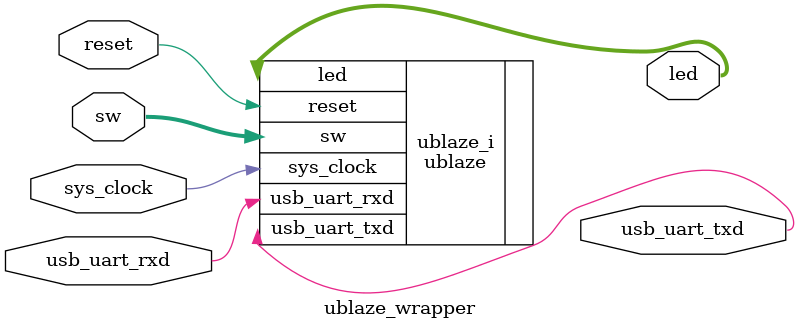
<source format=v>
`timescale 1 ps / 1 ps

module ublaze_wrapper
   (led,
    reset,
    sw,
    sys_clock,
    usb_uart_rxd,
    usb_uart_txd);
  output [15:0]led;
  input reset;
  input [15:0]sw;
  input sys_clock;
  input usb_uart_rxd;
  output usb_uart_txd;

  wire [15:0]led;
  wire reset;
  wire [15:0]sw;
  wire sys_clock;
  wire usb_uart_rxd;
  wire usb_uart_txd;

  ublaze ublaze_i
       (.led(led),
        .reset(reset),
        .sw(sw),
        .sys_clock(sys_clock),
        .usb_uart_rxd(usb_uart_rxd),
        .usb_uart_txd(usb_uart_txd));
endmodule

</source>
